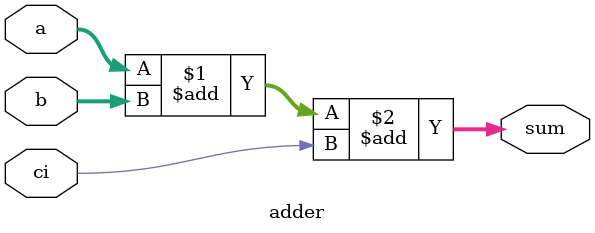
<source format=v>
module adder(a, b, ci, sum);
	input  [7:0] a;
	input  [7:0] b;
	input        ci;
	output [7:0] sum;
        
	   assign sum = a + b + ci;

        endmodule

</source>
